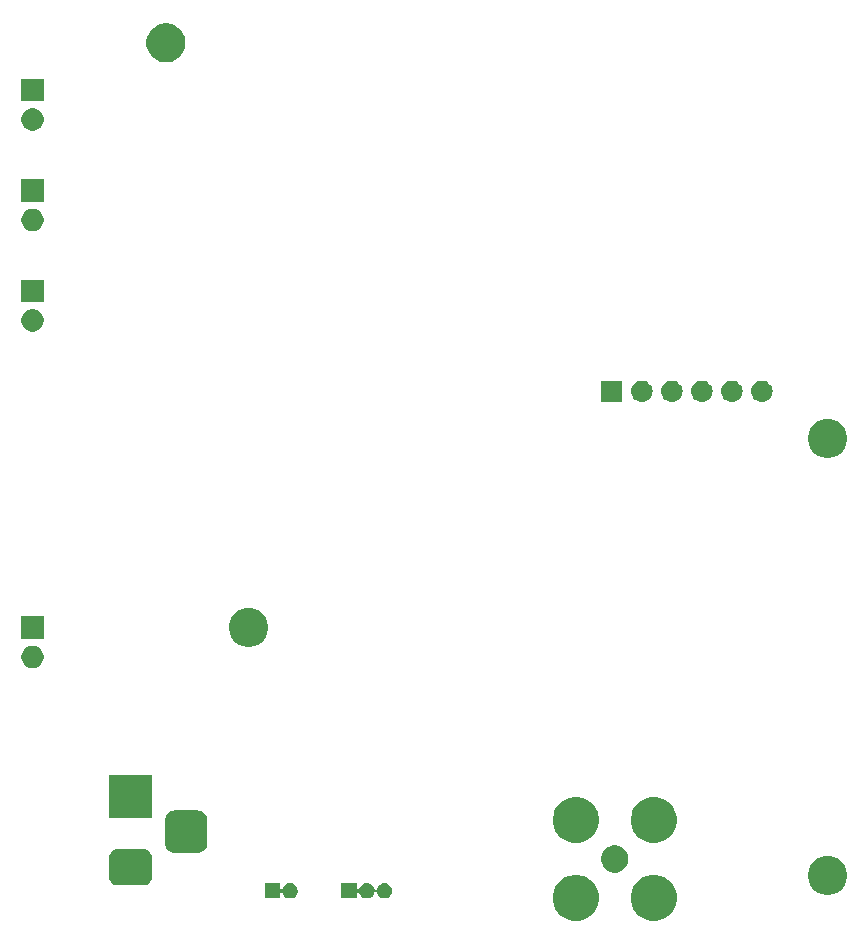
<source format=gbr>
G04 #@! TF.GenerationSoftware,KiCad,Pcbnew,5.0.2-bee76a0~70~ubuntu18.04.1*
G04 #@! TF.CreationDate,2019-07-19T10:36:36+02:00*
G04 #@! TF.ProjectId,SmartHydroponics,536d6172-7448-4796-9472-6f706f6e6963,rev?*
G04 #@! TF.SameCoordinates,Original*
G04 #@! TF.FileFunction,Soldermask,Bot*
G04 #@! TF.FilePolarity,Negative*
%FSLAX46Y46*%
G04 Gerber Fmt 4.6, Leading zero omitted, Abs format (unit mm)*
G04 Created by KiCad (PCBNEW 5.0.2-bee76a0~70~ubuntu18.04.1) date Fri 19 Jul 2019 10:36:36 CEST*
%MOMM*%
%LPD*%
G01*
G04 APERTURE LIST*
%ADD10C,0.100000*%
G04 APERTURE END LIST*
D10*
G36*
X240869083Y-145023975D02*
X240869085Y-145023976D01*
X240869086Y-145023976D01*
X241224145Y-145171046D01*
X241525300Y-145372271D01*
X241543693Y-145384561D01*
X241815439Y-145656307D01*
X241815441Y-145656310D01*
X242028954Y-145975855D01*
X242155934Y-146282413D01*
X242176025Y-146330917D01*
X242239693Y-146651000D01*
X242251000Y-146707843D01*
X242251000Y-147092157D01*
X242176024Y-147469086D01*
X242028954Y-147824145D01*
X242028953Y-147824146D01*
X241815439Y-148143693D01*
X241543693Y-148415439D01*
X241543690Y-148415441D01*
X241224145Y-148628954D01*
X240869086Y-148776024D01*
X240869085Y-148776024D01*
X240869083Y-148776025D01*
X240492158Y-148851000D01*
X240107842Y-148851000D01*
X239730917Y-148776025D01*
X239730915Y-148776024D01*
X239730914Y-148776024D01*
X239375855Y-148628954D01*
X239056310Y-148415441D01*
X239056307Y-148415439D01*
X238784561Y-148143693D01*
X238571047Y-147824146D01*
X238571046Y-147824145D01*
X238423976Y-147469086D01*
X238349000Y-147092157D01*
X238349000Y-146707843D01*
X238360307Y-146651000D01*
X238423975Y-146330917D01*
X238444066Y-146282413D01*
X238571046Y-145975855D01*
X238784559Y-145656310D01*
X238784561Y-145656307D01*
X239056307Y-145384561D01*
X239074700Y-145372271D01*
X239375855Y-145171046D01*
X239730914Y-145023976D01*
X239730915Y-145023976D01*
X239730917Y-145023975D01*
X240107842Y-144949000D01*
X240492158Y-144949000D01*
X240869083Y-145023975D01*
X240869083Y-145023975D01*
G37*
G36*
X234269083Y-145023975D02*
X234269085Y-145023976D01*
X234269086Y-145023976D01*
X234624145Y-145171046D01*
X234925300Y-145372271D01*
X234943693Y-145384561D01*
X235215439Y-145656307D01*
X235215441Y-145656310D01*
X235428954Y-145975855D01*
X235555934Y-146282413D01*
X235576025Y-146330917D01*
X235639693Y-146651000D01*
X235651000Y-146707843D01*
X235651000Y-147092157D01*
X235576024Y-147469086D01*
X235428954Y-147824145D01*
X235428953Y-147824146D01*
X235215439Y-148143693D01*
X234943693Y-148415439D01*
X234943690Y-148415441D01*
X234624145Y-148628954D01*
X234269086Y-148776024D01*
X234269085Y-148776024D01*
X234269083Y-148776025D01*
X233892158Y-148851000D01*
X233507842Y-148851000D01*
X233130917Y-148776025D01*
X233130915Y-148776024D01*
X233130914Y-148776024D01*
X232775855Y-148628954D01*
X232456310Y-148415441D01*
X232456307Y-148415439D01*
X232184561Y-148143693D01*
X231971047Y-147824146D01*
X231971046Y-147824145D01*
X231823976Y-147469086D01*
X231749000Y-147092157D01*
X231749000Y-146707843D01*
X231760307Y-146651000D01*
X231823975Y-146330917D01*
X231844066Y-146282413D01*
X231971046Y-145975855D01*
X232184559Y-145656310D01*
X232184561Y-145656307D01*
X232456307Y-145384561D01*
X232474700Y-145372271D01*
X232775855Y-145171046D01*
X233130914Y-145023976D01*
X233130915Y-145023976D01*
X233130917Y-145023975D01*
X233507842Y-144949000D01*
X233892158Y-144949000D01*
X234269083Y-145023975D01*
X234269083Y-145023975D01*
G37*
G36*
X208651000Y-146020104D02*
X208653402Y-146044490D01*
X208660515Y-146067939D01*
X208672066Y-146089550D01*
X208687612Y-146108492D01*
X208706554Y-146124038D01*
X208728165Y-146135589D01*
X208751614Y-146142702D01*
X208776000Y-146145104D01*
X208800386Y-146142702D01*
X208823835Y-146135589D01*
X208845446Y-146124038D01*
X208864388Y-146108492D01*
X208879934Y-146089550D01*
X208891485Y-146067939D01*
X208923089Y-145991639D01*
X208994338Y-145885008D01*
X209085008Y-145794338D01*
X209191639Y-145723089D01*
X209310110Y-145674017D01*
X209435881Y-145649000D01*
X209564119Y-145649000D01*
X209689890Y-145674017D01*
X209808361Y-145723089D01*
X209914992Y-145794338D01*
X210005662Y-145885008D01*
X210076911Y-145991639D01*
X210125983Y-146110110D01*
X210151000Y-146235881D01*
X210151000Y-146364119D01*
X210125983Y-146489890D01*
X210076911Y-146608361D01*
X210005662Y-146714992D01*
X209914992Y-146805662D01*
X209808361Y-146876911D01*
X209689890Y-146925983D01*
X209564119Y-146951000D01*
X209435881Y-146951000D01*
X209310110Y-146925983D01*
X209191639Y-146876911D01*
X209085008Y-146805662D01*
X208994338Y-146714992D01*
X208923089Y-146608361D01*
X208891485Y-146532061D01*
X208879934Y-146510450D01*
X208864389Y-146491508D01*
X208845447Y-146475963D01*
X208823836Y-146464411D01*
X208800387Y-146457298D01*
X208776001Y-146454896D01*
X208751614Y-146457298D01*
X208728165Y-146464411D01*
X208706554Y-146475962D01*
X208687612Y-146491507D01*
X208672067Y-146510449D01*
X208660515Y-146532060D01*
X208653402Y-146555509D01*
X208651000Y-146579896D01*
X208651000Y-146951000D01*
X207349000Y-146951000D01*
X207349000Y-145649000D01*
X208651000Y-145649000D01*
X208651000Y-146020104D01*
X208651000Y-146020104D01*
G37*
G36*
X215151000Y-146020104D02*
X215153402Y-146044490D01*
X215160515Y-146067939D01*
X215172066Y-146089550D01*
X215187612Y-146108492D01*
X215206554Y-146124038D01*
X215228165Y-146135589D01*
X215251614Y-146142702D01*
X215276000Y-146145104D01*
X215300386Y-146142702D01*
X215323835Y-146135589D01*
X215345446Y-146124038D01*
X215364388Y-146108492D01*
X215379934Y-146089550D01*
X215391485Y-146067939D01*
X215423089Y-145991639D01*
X215494338Y-145885008D01*
X215585008Y-145794338D01*
X215691639Y-145723089D01*
X215810110Y-145674017D01*
X215935881Y-145649000D01*
X216064119Y-145649000D01*
X216189890Y-145674017D01*
X216308361Y-145723089D01*
X216414992Y-145794338D01*
X216505662Y-145885008D01*
X216576911Y-145991639D01*
X216625983Y-146110110D01*
X216627402Y-146117245D01*
X216634515Y-146140694D01*
X216646066Y-146162305D01*
X216661611Y-146181247D01*
X216680553Y-146196792D01*
X216702164Y-146208344D01*
X216725613Y-146215457D01*
X216749999Y-146217859D01*
X216774386Y-146215457D01*
X216797835Y-146208344D01*
X216819446Y-146196793D01*
X216838388Y-146181248D01*
X216853933Y-146162306D01*
X216865485Y-146140695D01*
X216872598Y-146117245D01*
X216874017Y-146110110D01*
X216923089Y-145991639D01*
X216994338Y-145885008D01*
X217085008Y-145794338D01*
X217191639Y-145723089D01*
X217310110Y-145674017D01*
X217435881Y-145649000D01*
X217564119Y-145649000D01*
X217689890Y-145674017D01*
X217808361Y-145723089D01*
X217914992Y-145794338D01*
X218005662Y-145885008D01*
X218076911Y-145991639D01*
X218125983Y-146110110D01*
X218151000Y-146235881D01*
X218151000Y-146364119D01*
X218125983Y-146489890D01*
X218076911Y-146608361D01*
X218005662Y-146714992D01*
X217914992Y-146805662D01*
X217808361Y-146876911D01*
X217689890Y-146925983D01*
X217564119Y-146951000D01*
X217435881Y-146951000D01*
X217310110Y-146925983D01*
X217191639Y-146876911D01*
X217085008Y-146805662D01*
X216994338Y-146714992D01*
X216923089Y-146608361D01*
X216874017Y-146489890D01*
X216872598Y-146482755D01*
X216865485Y-146459306D01*
X216853934Y-146437695D01*
X216838389Y-146418753D01*
X216819447Y-146403208D01*
X216797836Y-146391656D01*
X216774387Y-146384543D01*
X216750001Y-146382141D01*
X216725614Y-146384543D01*
X216702165Y-146391656D01*
X216680554Y-146403207D01*
X216661612Y-146418752D01*
X216646067Y-146437694D01*
X216634515Y-146459305D01*
X216627402Y-146482755D01*
X216625983Y-146489890D01*
X216576911Y-146608361D01*
X216505662Y-146714992D01*
X216414992Y-146805662D01*
X216308361Y-146876911D01*
X216189890Y-146925983D01*
X216064119Y-146951000D01*
X215935881Y-146951000D01*
X215810110Y-146925983D01*
X215691639Y-146876911D01*
X215585008Y-146805662D01*
X215494338Y-146714992D01*
X215423089Y-146608361D01*
X215391485Y-146532061D01*
X215379934Y-146510450D01*
X215364389Y-146491508D01*
X215345447Y-146475963D01*
X215323836Y-146464411D01*
X215300387Y-146457298D01*
X215276001Y-146454896D01*
X215251614Y-146457298D01*
X215228165Y-146464411D01*
X215206554Y-146475962D01*
X215187612Y-146491507D01*
X215172067Y-146510449D01*
X215160515Y-146532060D01*
X215153402Y-146555509D01*
X215151000Y-146579896D01*
X215151000Y-146951000D01*
X213849000Y-146951000D01*
X213849000Y-145649000D01*
X215151000Y-145649000D01*
X215151000Y-146020104D01*
X215151000Y-146020104D01*
G37*
G36*
X255375256Y-143391298D02*
X255481579Y-143412447D01*
X255782042Y-143536903D01*
X256046134Y-143713364D01*
X256052454Y-143717587D01*
X256282413Y-143947546D01*
X256282415Y-143947549D01*
X256463097Y-144217958D01*
X256587553Y-144518421D01*
X256651000Y-144837391D01*
X256651000Y-145162609D01*
X256587553Y-145481579D01*
X256463097Y-145782042D01*
X256394297Y-145885008D01*
X256282413Y-146052454D01*
X256052454Y-146282413D01*
X256052451Y-146282415D01*
X255782042Y-146463097D01*
X255782041Y-146463098D01*
X255782040Y-146463098D01*
X255717358Y-146489890D01*
X255481579Y-146587553D01*
X255376970Y-146608361D01*
X255162611Y-146651000D01*
X254837389Y-146651000D01*
X254623030Y-146608361D01*
X254518421Y-146587553D01*
X254282642Y-146489890D01*
X254217960Y-146463098D01*
X254217959Y-146463098D01*
X254217958Y-146463097D01*
X253947549Y-146282415D01*
X253947546Y-146282413D01*
X253717587Y-146052454D01*
X253605703Y-145885008D01*
X253536903Y-145782042D01*
X253412447Y-145481579D01*
X253349000Y-145162609D01*
X253349000Y-144837391D01*
X253412447Y-144518421D01*
X253536903Y-144217958D01*
X253717585Y-143947549D01*
X253717587Y-143947546D01*
X253947546Y-143717587D01*
X253953866Y-143713364D01*
X254217958Y-143536903D01*
X254518421Y-143412447D01*
X254624744Y-143391298D01*
X254837389Y-143349000D01*
X255162611Y-143349000D01*
X255375256Y-143391298D01*
X255375256Y-143391298D01*
G37*
G36*
X197226978Y-142763293D02*
X197360627Y-142803835D01*
X197483782Y-142869662D01*
X197591739Y-142958261D01*
X197680338Y-143066218D01*
X197746165Y-143189373D01*
X197786707Y-143323022D01*
X197801000Y-143468140D01*
X197801000Y-145131860D01*
X197786707Y-145276978D01*
X197746165Y-145410627D01*
X197680338Y-145533782D01*
X197591739Y-145641739D01*
X197483782Y-145730338D01*
X197360627Y-145796165D01*
X197226978Y-145836707D01*
X197081860Y-145851000D01*
X194918140Y-145851000D01*
X194773022Y-145836707D01*
X194639373Y-145796165D01*
X194516218Y-145730338D01*
X194408261Y-145641739D01*
X194319662Y-145533782D01*
X194253835Y-145410627D01*
X194213293Y-145276978D01*
X194199000Y-145131860D01*
X194199000Y-143468140D01*
X194213293Y-143323022D01*
X194253835Y-143189373D01*
X194319662Y-143066218D01*
X194408261Y-142958261D01*
X194516218Y-142869662D01*
X194639373Y-142803835D01*
X194773022Y-142763293D01*
X194918140Y-142749000D01*
X197081860Y-142749000D01*
X197226978Y-142763293D01*
X197226978Y-142763293D01*
G37*
G36*
X237335734Y-142493232D02*
X237545202Y-142579996D01*
X237733723Y-142705962D01*
X237894038Y-142866277D01*
X238020004Y-143054798D01*
X238106768Y-143264266D01*
X238151000Y-143486635D01*
X238151000Y-143713365D01*
X238106768Y-143935734D01*
X238020004Y-144145202D01*
X237894038Y-144333723D01*
X237733723Y-144494038D01*
X237545202Y-144620004D01*
X237335734Y-144706768D01*
X237113365Y-144751000D01*
X236886635Y-144751000D01*
X236664266Y-144706768D01*
X236454798Y-144620004D01*
X236266277Y-144494038D01*
X236105962Y-144333723D01*
X235979996Y-144145202D01*
X235893232Y-143935734D01*
X235849000Y-143713365D01*
X235849000Y-143486635D01*
X235893232Y-143264266D01*
X235979996Y-143054798D01*
X236105962Y-142866277D01*
X236266277Y-142705962D01*
X236454798Y-142579996D01*
X236664266Y-142493232D01*
X236886635Y-142449000D01*
X237113365Y-142449000D01*
X237335734Y-142493232D01*
X237335734Y-142493232D01*
G37*
G36*
X201826366Y-139515695D02*
X201983458Y-139563348D01*
X202128230Y-139640731D01*
X202255128Y-139744872D01*
X202359269Y-139871770D01*
X202436652Y-140016542D01*
X202484305Y-140173634D01*
X202501000Y-140343140D01*
X202501000Y-142256860D01*
X202484305Y-142426366D01*
X202436652Y-142583458D01*
X202359269Y-142728230D01*
X202255128Y-142855128D01*
X202128230Y-142959269D01*
X201983458Y-143036652D01*
X201826366Y-143084305D01*
X201656860Y-143101000D01*
X199743140Y-143101000D01*
X199573634Y-143084305D01*
X199416542Y-143036652D01*
X199271770Y-142959269D01*
X199144872Y-142855128D01*
X199040731Y-142728230D01*
X198963348Y-142583458D01*
X198915695Y-142426366D01*
X198899000Y-142256860D01*
X198899000Y-140343140D01*
X198915695Y-140173634D01*
X198963348Y-140016542D01*
X199040731Y-139871770D01*
X199144872Y-139744872D01*
X199271770Y-139640731D01*
X199416542Y-139563348D01*
X199573634Y-139515695D01*
X199743140Y-139499000D01*
X201656860Y-139499000D01*
X201826366Y-139515695D01*
X201826366Y-139515695D01*
G37*
G36*
X234269083Y-138423975D02*
X234269085Y-138423976D01*
X234269086Y-138423976D01*
X234624145Y-138571046D01*
X234624146Y-138571047D01*
X234943693Y-138784561D01*
X235215439Y-139056307D01*
X235215441Y-139056310D01*
X235428954Y-139375855D01*
X235538669Y-139640731D01*
X235576025Y-139730917D01*
X235582357Y-139762750D01*
X235651000Y-140107843D01*
X235651000Y-140492157D01*
X235576024Y-140869086D01*
X235428954Y-141224145D01*
X235428953Y-141224146D01*
X235215439Y-141543693D01*
X234943693Y-141815439D01*
X234943690Y-141815441D01*
X234624145Y-142028954D01*
X234269086Y-142176024D01*
X234269085Y-142176024D01*
X234269083Y-142176025D01*
X233892158Y-142251000D01*
X233507842Y-142251000D01*
X233130917Y-142176025D01*
X233130915Y-142176024D01*
X233130914Y-142176024D01*
X232775855Y-142028954D01*
X232456310Y-141815441D01*
X232456307Y-141815439D01*
X232184561Y-141543693D01*
X231971047Y-141224146D01*
X231971046Y-141224145D01*
X231823976Y-140869086D01*
X231749000Y-140492157D01*
X231749000Y-140107843D01*
X231817643Y-139762750D01*
X231823975Y-139730917D01*
X231861331Y-139640731D01*
X231971046Y-139375855D01*
X232184559Y-139056310D01*
X232184561Y-139056307D01*
X232456307Y-138784561D01*
X232775854Y-138571047D01*
X232775855Y-138571046D01*
X233130914Y-138423976D01*
X233130915Y-138423976D01*
X233130917Y-138423975D01*
X233507842Y-138349000D01*
X233892158Y-138349000D01*
X234269083Y-138423975D01*
X234269083Y-138423975D01*
G37*
G36*
X240869083Y-138423975D02*
X240869085Y-138423976D01*
X240869086Y-138423976D01*
X241224145Y-138571046D01*
X241224146Y-138571047D01*
X241543693Y-138784561D01*
X241815439Y-139056307D01*
X241815441Y-139056310D01*
X242028954Y-139375855D01*
X242138669Y-139640731D01*
X242176025Y-139730917D01*
X242182357Y-139762750D01*
X242251000Y-140107843D01*
X242251000Y-140492157D01*
X242176024Y-140869086D01*
X242028954Y-141224145D01*
X242028953Y-141224146D01*
X241815439Y-141543693D01*
X241543693Y-141815439D01*
X241543690Y-141815441D01*
X241224145Y-142028954D01*
X240869086Y-142176024D01*
X240869085Y-142176024D01*
X240869083Y-142176025D01*
X240492158Y-142251000D01*
X240107842Y-142251000D01*
X239730917Y-142176025D01*
X239730915Y-142176024D01*
X239730914Y-142176024D01*
X239375855Y-142028954D01*
X239056310Y-141815441D01*
X239056307Y-141815439D01*
X238784561Y-141543693D01*
X238571047Y-141224146D01*
X238571046Y-141224145D01*
X238423976Y-140869086D01*
X238349000Y-140492157D01*
X238349000Y-140107843D01*
X238417643Y-139762750D01*
X238423975Y-139730917D01*
X238461331Y-139640731D01*
X238571046Y-139375855D01*
X238784559Y-139056310D01*
X238784561Y-139056307D01*
X239056307Y-138784561D01*
X239375854Y-138571047D01*
X239375855Y-138571046D01*
X239730914Y-138423976D01*
X239730915Y-138423976D01*
X239730917Y-138423975D01*
X240107842Y-138349000D01*
X240492158Y-138349000D01*
X240869083Y-138423975D01*
X240869083Y-138423975D01*
G37*
G36*
X197801000Y-140101000D02*
X194199000Y-140101000D01*
X194199000Y-136499000D01*
X197801000Y-136499000D01*
X197801000Y-140101000D01*
X197801000Y-140101000D01*
G37*
G36*
X187977396Y-125585546D02*
X188150466Y-125657234D01*
X188306230Y-125761312D01*
X188438688Y-125893770D01*
X188542766Y-126049534D01*
X188614454Y-126222604D01*
X188651000Y-126406333D01*
X188651000Y-126593667D01*
X188614454Y-126777396D01*
X188542766Y-126950466D01*
X188438688Y-127106230D01*
X188306230Y-127238688D01*
X188150466Y-127342766D01*
X187977396Y-127414454D01*
X187793667Y-127451000D01*
X187606333Y-127451000D01*
X187422604Y-127414454D01*
X187249534Y-127342766D01*
X187093770Y-127238688D01*
X186961312Y-127106230D01*
X186857234Y-126950466D01*
X186785546Y-126777396D01*
X186749000Y-126593667D01*
X186749000Y-126406333D01*
X186785546Y-126222604D01*
X186857234Y-126049534D01*
X186961312Y-125893770D01*
X187093770Y-125761312D01*
X187249534Y-125657234D01*
X187422604Y-125585546D01*
X187606333Y-125549000D01*
X187793667Y-125549000D01*
X187977396Y-125585546D01*
X187977396Y-125585546D01*
G37*
G36*
X206375256Y-122391298D02*
X206481579Y-122412447D01*
X206782042Y-122536903D01*
X207048852Y-122715180D01*
X207052454Y-122717587D01*
X207282413Y-122947546D01*
X207282415Y-122947549D01*
X207463097Y-123217958D01*
X207587553Y-123518421D01*
X207651000Y-123837391D01*
X207651000Y-124162609D01*
X207587553Y-124481579D01*
X207463097Y-124782042D01*
X207284820Y-125048852D01*
X207282413Y-125052454D01*
X207052454Y-125282413D01*
X207052451Y-125282415D01*
X206782042Y-125463097D01*
X206481579Y-125587553D01*
X206375256Y-125608702D01*
X206162611Y-125651000D01*
X205837389Y-125651000D01*
X205624744Y-125608702D01*
X205518421Y-125587553D01*
X205217958Y-125463097D01*
X204947549Y-125282415D01*
X204947546Y-125282413D01*
X204717587Y-125052454D01*
X204715180Y-125048852D01*
X204536903Y-124782042D01*
X204412447Y-124481579D01*
X204349000Y-124162609D01*
X204349000Y-123837391D01*
X204412447Y-123518421D01*
X204536903Y-123217958D01*
X204717585Y-122947549D01*
X204717587Y-122947546D01*
X204947546Y-122717587D01*
X204951148Y-122715180D01*
X205217958Y-122536903D01*
X205518421Y-122412447D01*
X205624744Y-122391298D01*
X205837389Y-122349000D01*
X206162611Y-122349000D01*
X206375256Y-122391298D01*
X206375256Y-122391298D01*
G37*
G36*
X188651000Y-124951000D02*
X186749000Y-124951000D01*
X186749000Y-123049000D01*
X188651000Y-123049000D01*
X188651000Y-124951000D01*
X188651000Y-124951000D01*
G37*
G36*
X255375256Y-106391298D02*
X255481579Y-106412447D01*
X255782042Y-106536903D01*
X256048852Y-106715180D01*
X256052454Y-106717587D01*
X256282413Y-106947546D01*
X256463098Y-107217960D01*
X256587553Y-107518422D01*
X256651000Y-107837389D01*
X256651000Y-108162611D01*
X256587553Y-108481578D01*
X256463098Y-108782040D01*
X256282413Y-109052454D01*
X256052454Y-109282413D01*
X256052451Y-109282415D01*
X255782042Y-109463097D01*
X255481579Y-109587553D01*
X255375256Y-109608702D01*
X255162611Y-109651000D01*
X254837389Y-109651000D01*
X254624744Y-109608702D01*
X254518421Y-109587553D01*
X254217958Y-109463097D01*
X253947549Y-109282415D01*
X253947546Y-109282413D01*
X253717587Y-109052454D01*
X253536902Y-108782040D01*
X253412447Y-108481578D01*
X253349000Y-108162611D01*
X253349000Y-107837389D01*
X253412447Y-107518422D01*
X253536902Y-107217960D01*
X253717587Y-106947546D01*
X253947546Y-106717587D01*
X253951148Y-106715180D01*
X254217958Y-106536903D01*
X254518421Y-106412447D01*
X254624744Y-106391298D01*
X254837389Y-106349000D01*
X255162611Y-106349000D01*
X255375256Y-106391298D01*
X255375256Y-106391298D01*
G37*
G36*
X239400442Y-103105518D02*
X239466627Y-103112037D01*
X239579853Y-103146384D01*
X239636467Y-103163557D01*
X239775087Y-103237652D01*
X239792991Y-103247222D01*
X239828729Y-103276552D01*
X239930186Y-103359814D01*
X240013448Y-103461271D01*
X240042778Y-103497009D01*
X240042779Y-103497011D01*
X240126443Y-103653533D01*
X240126443Y-103653534D01*
X240177963Y-103823373D01*
X240195359Y-104000000D01*
X240177963Y-104176627D01*
X240143616Y-104289853D01*
X240126443Y-104346467D01*
X240052348Y-104485087D01*
X240042778Y-104502991D01*
X240013448Y-104538729D01*
X239930186Y-104640186D01*
X239828729Y-104723448D01*
X239792991Y-104752778D01*
X239792989Y-104752779D01*
X239636467Y-104836443D01*
X239579853Y-104853616D01*
X239466627Y-104887963D01*
X239400442Y-104894482D01*
X239334260Y-104901000D01*
X239245740Y-104901000D01*
X239179558Y-104894482D01*
X239113373Y-104887963D01*
X239000147Y-104853616D01*
X238943533Y-104836443D01*
X238787011Y-104752779D01*
X238787009Y-104752778D01*
X238751271Y-104723448D01*
X238649814Y-104640186D01*
X238566552Y-104538729D01*
X238537222Y-104502991D01*
X238527652Y-104485087D01*
X238453557Y-104346467D01*
X238436384Y-104289853D01*
X238402037Y-104176627D01*
X238384641Y-104000000D01*
X238402037Y-103823373D01*
X238453557Y-103653534D01*
X238453557Y-103653533D01*
X238537221Y-103497011D01*
X238537222Y-103497009D01*
X238566552Y-103461271D01*
X238649814Y-103359814D01*
X238751271Y-103276552D01*
X238787009Y-103247222D01*
X238804913Y-103237652D01*
X238943533Y-103163557D01*
X239000147Y-103146384D01*
X239113373Y-103112037D01*
X239179558Y-103105518D01*
X239245740Y-103099000D01*
X239334260Y-103099000D01*
X239400442Y-103105518D01*
X239400442Y-103105518D01*
G37*
G36*
X241940442Y-103105518D02*
X242006627Y-103112037D01*
X242119853Y-103146384D01*
X242176467Y-103163557D01*
X242315087Y-103237652D01*
X242332991Y-103247222D01*
X242368729Y-103276552D01*
X242470186Y-103359814D01*
X242553448Y-103461271D01*
X242582778Y-103497009D01*
X242582779Y-103497011D01*
X242666443Y-103653533D01*
X242666443Y-103653534D01*
X242717963Y-103823373D01*
X242735359Y-104000000D01*
X242717963Y-104176627D01*
X242683616Y-104289853D01*
X242666443Y-104346467D01*
X242592348Y-104485087D01*
X242582778Y-104502991D01*
X242553448Y-104538729D01*
X242470186Y-104640186D01*
X242368729Y-104723448D01*
X242332991Y-104752778D01*
X242332989Y-104752779D01*
X242176467Y-104836443D01*
X242119853Y-104853616D01*
X242006627Y-104887963D01*
X241940442Y-104894482D01*
X241874260Y-104901000D01*
X241785740Y-104901000D01*
X241719558Y-104894482D01*
X241653373Y-104887963D01*
X241540147Y-104853616D01*
X241483533Y-104836443D01*
X241327011Y-104752779D01*
X241327009Y-104752778D01*
X241291271Y-104723448D01*
X241189814Y-104640186D01*
X241106552Y-104538729D01*
X241077222Y-104502991D01*
X241067652Y-104485087D01*
X240993557Y-104346467D01*
X240976384Y-104289853D01*
X240942037Y-104176627D01*
X240924641Y-104000000D01*
X240942037Y-103823373D01*
X240993557Y-103653534D01*
X240993557Y-103653533D01*
X241077221Y-103497011D01*
X241077222Y-103497009D01*
X241106552Y-103461271D01*
X241189814Y-103359814D01*
X241291271Y-103276552D01*
X241327009Y-103247222D01*
X241344913Y-103237652D01*
X241483533Y-103163557D01*
X241540147Y-103146384D01*
X241653373Y-103112037D01*
X241719558Y-103105518D01*
X241785740Y-103099000D01*
X241874260Y-103099000D01*
X241940442Y-103105518D01*
X241940442Y-103105518D01*
G37*
G36*
X244480442Y-103105518D02*
X244546627Y-103112037D01*
X244659853Y-103146384D01*
X244716467Y-103163557D01*
X244855087Y-103237652D01*
X244872991Y-103247222D01*
X244908729Y-103276552D01*
X245010186Y-103359814D01*
X245093448Y-103461271D01*
X245122778Y-103497009D01*
X245122779Y-103497011D01*
X245206443Y-103653533D01*
X245206443Y-103653534D01*
X245257963Y-103823373D01*
X245275359Y-104000000D01*
X245257963Y-104176627D01*
X245223616Y-104289853D01*
X245206443Y-104346467D01*
X245132348Y-104485087D01*
X245122778Y-104502991D01*
X245093448Y-104538729D01*
X245010186Y-104640186D01*
X244908729Y-104723448D01*
X244872991Y-104752778D01*
X244872989Y-104752779D01*
X244716467Y-104836443D01*
X244659853Y-104853616D01*
X244546627Y-104887963D01*
X244480442Y-104894482D01*
X244414260Y-104901000D01*
X244325740Y-104901000D01*
X244259558Y-104894482D01*
X244193373Y-104887963D01*
X244080147Y-104853616D01*
X244023533Y-104836443D01*
X243867011Y-104752779D01*
X243867009Y-104752778D01*
X243831271Y-104723448D01*
X243729814Y-104640186D01*
X243646552Y-104538729D01*
X243617222Y-104502991D01*
X243607652Y-104485087D01*
X243533557Y-104346467D01*
X243516384Y-104289853D01*
X243482037Y-104176627D01*
X243464641Y-104000000D01*
X243482037Y-103823373D01*
X243533557Y-103653534D01*
X243533557Y-103653533D01*
X243617221Y-103497011D01*
X243617222Y-103497009D01*
X243646552Y-103461271D01*
X243729814Y-103359814D01*
X243831271Y-103276552D01*
X243867009Y-103247222D01*
X243884913Y-103237652D01*
X244023533Y-103163557D01*
X244080147Y-103146384D01*
X244193373Y-103112037D01*
X244259558Y-103105518D01*
X244325740Y-103099000D01*
X244414260Y-103099000D01*
X244480442Y-103105518D01*
X244480442Y-103105518D01*
G37*
G36*
X247020442Y-103105518D02*
X247086627Y-103112037D01*
X247199853Y-103146384D01*
X247256467Y-103163557D01*
X247395087Y-103237652D01*
X247412991Y-103247222D01*
X247448729Y-103276552D01*
X247550186Y-103359814D01*
X247633448Y-103461271D01*
X247662778Y-103497009D01*
X247662779Y-103497011D01*
X247746443Y-103653533D01*
X247746443Y-103653534D01*
X247797963Y-103823373D01*
X247815359Y-104000000D01*
X247797963Y-104176627D01*
X247763616Y-104289853D01*
X247746443Y-104346467D01*
X247672348Y-104485087D01*
X247662778Y-104502991D01*
X247633448Y-104538729D01*
X247550186Y-104640186D01*
X247448729Y-104723448D01*
X247412991Y-104752778D01*
X247412989Y-104752779D01*
X247256467Y-104836443D01*
X247199853Y-104853616D01*
X247086627Y-104887963D01*
X247020442Y-104894482D01*
X246954260Y-104901000D01*
X246865740Y-104901000D01*
X246799558Y-104894482D01*
X246733373Y-104887963D01*
X246620147Y-104853616D01*
X246563533Y-104836443D01*
X246407011Y-104752779D01*
X246407009Y-104752778D01*
X246371271Y-104723448D01*
X246269814Y-104640186D01*
X246186552Y-104538729D01*
X246157222Y-104502991D01*
X246147652Y-104485087D01*
X246073557Y-104346467D01*
X246056384Y-104289853D01*
X246022037Y-104176627D01*
X246004641Y-104000000D01*
X246022037Y-103823373D01*
X246073557Y-103653534D01*
X246073557Y-103653533D01*
X246157221Y-103497011D01*
X246157222Y-103497009D01*
X246186552Y-103461271D01*
X246269814Y-103359814D01*
X246371271Y-103276552D01*
X246407009Y-103247222D01*
X246424913Y-103237652D01*
X246563533Y-103163557D01*
X246620147Y-103146384D01*
X246733373Y-103112037D01*
X246799558Y-103105518D01*
X246865740Y-103099000D01*
X246954260Y-103099000D01*
X247020442Y-103105518D01*
X247020442Y-103105518D01*
G37*
G36*
X249560442Y-103105518D02*
X249626627Y-103112037D01*
X249739853Y-103146384D01*
X249796467Y-103163557D01*
X249935087Y-103237652D01*
X249952991Y-103247222D01*
X249988729Y-103276552D01*
X250090186Y-103359814D01*
X250173448Y-103461271D01*
X250202778Y-103497009D01*
X250202779Y-103497011D01*
X250286443Y-103653533D01*
X250286443Y-103653534D01*
X250337963Y-103823373D01*
X250355359Y-104000000D01*
X250337963Y-104176627D01*
X250303616Y-104289853D01*
X250286443Y-104346467D01*
X250212348Y-104485087D01*
X250202778Y-104502991D01*
X250173448Y-104538729D01*
X250090186Y-104640186D01*
X249988729Y-104723448D01*
X249952991Y-104752778D01*
X249952989Y-104752779D01*
X249796467Y-104836443D01*
X249739853Y-104853616D01*
X249626627Y-104887963D01*
X249560442Y-104894482D01*
X249494260Y-104901000D01*
X249405740Y-104901000D01*
X249339558Y-104894482D01*
X249273373Y-104887963D01*
X249160147Y-104853616D01*
X249103533Y-104836443D01*
X248947011Y-104752779D01*
X248947009Y-104752778D01*
X248911271Y-104723448D01*
X248809814Y-104640186D01*
X248726552Y-104538729D01*
X248697222Y-104502991D01*
X248687652Y-104485087D01*
X248613557Y-104346467D01*
X248596384Y-104289853D01*
X248562037Y-104176627D01*
X248544641Y-104000000D01*
X248562037Y-103823373D01*
X248613557Y-103653534D01*
X248613557Y-103653533D01*
X248697221Y-103497011D01*
X248697222Y-103497009D01*
X248726552Y-103461271D01*
X248809814Y-103359814D01*
X248911271Y-103276552D01*
X248947009Y-103247222D01*
X248964913Y-103237652D01*
X249103533Y-103163557D01*
X249160147Y-103146384D01*
X249273373Y-103112037D01*
X249339558Y-103105518D01*
X249405740Y-103099000D01*
X249494260Y-103099000D01*
X249560442Y-103105518D01*
X249560442Y-103105518D01*
G37*
G36*
X237651000Y-104901000D02*
X235849000Y-104901000D01*
X235849000Y-103099000D01*
X237651000Y-103099000D01*
X237651000Y-104901000D01*
X237651000Y-104901000D01*
G37*
G36*
X187977396Y-97085546D02*
X188150466Y-97157234D01*
X188306230Y-97261312D01*
X188438688Y-97393770D01*
X188542766Y-97549534D01*
X188614454Y-97722604D01*
X188651000Y-97906333D01*
X188651000Y-98093667D01*
X188614454Y-98277396D01*
X188542766Y-98450466D01*
X188438688Y-98606230D01*
X188306230Y-98738688D01*
X188150466Y-98842766D01*
X187977396Y-98914454D01*
X187793667Y-98951000D01*
X187606333Y-98951000D01*
X187422604Y-98914454D01*
X187249534Y-98842766D01*
X187093770Y-98738688D01*
X186961312Y-98606230D01*
X186857234Y-98450466D01*
X186785546Y-98277396D01*
X186749000Y-98093667D01*
X186749000Y-97906333D01*
X186785546Y-97722604D01*
X186857234Y-97549534D01*
X186961312Y-97393770D01*
X187093770Y-97261312D01*
X187249534Y-97157234D01*
X187422604Y-97085546D01*
X187606333Y-97049000D01*
X187793667Y-97049000D01*
X187977396Y-97085546D01*
X187977396Y-97085546D01*
G37*
G36*
X188651000Y-96451000D02*
X186749000Y-96451000D01*
X186749000Y-94549000D01*
X188651000Y-94549000D01*
X188651000Y-96451000D01*
X188651000Y-96451000D01*
G37*
G36*
X187977396Y-88585546D02*
X188150466Y-88657234D01*
X188306230Y-88761312D01*
X188438688Y-88893770D01*
X188542766Y-89049534D01*
X188614454Y-89222604D01*
X188651000Y-89406333D01*
X188651000Y-89593667D01*
X188614454Y-89777396D01*
X188542766Y-89950466D01*
X188438688Y-90106230D01*
X188306230Y-90238688D01*
X188150466Y-90342766D01*
X187977396Y-90414454D01*
X187793667Y-90451000D01*
X187606333Y-90451000D01*
X187422604Y-90414454D01*
X187249534Y-90342766D01*
X187093770Y-90238688D01*
X186961312Y-90106230D01*
X186857234Y-89950466D01*
X186785546Y-89777396D01*
X186749000Y-89593667D01*
X186749000Y-89406333D01*
X186785546Y-89222604D01*
X186857234Y-89049534D01*
X186961312Y-88893770D01*
X187093770Y-88761312D01*
X187249534Y-88657234D01*
X187422604Y-88585546D01*
X187606333Y-88549000D01*
X187793667Y-88549000D01*
X187977396Y-88585546D01*
X187977396Y-88585546D01*
G37*
G36*
X188651000Y-87951000D02*
X186749000Y-87951000D01*
X186749000Y-86049000D01*
X188651000Y-86049000D01*
X188651000Y-87951000D01*
X188651000Y-87951000D01*
G37*
G36*
X187977396Y-80085546D02*
X188150466Y-80157234D01*
X188306230Y-80261312D01*
X188438688Y-80393770D01*
X188542766Y-80549534D01*
X188614454Y-80722604D01*
X188651000Y-80906333D01*
X188651000Y-81093667D01*
X188614454Y-81277396D01*
X188542766Y-81450466D01*
X188438688Y-81606230D01*
X188306230Y-81738688D01*
X188150466Y-81842766D01*
X187977396Y-81914454D01*
X187793667Y-81951000D01*
X187606333Y-81951000D01*
X187422604Y-81914454D01*
X187249534Y-81842766D01*
X187093770Y-81738688D01*
X186961312Y-81606230D01*
X186857234Y-81450466D01*
X186785546Y-81277396D01*
X186749000Y-81093667D01*
X186749000Y-80906333D01*
X186785546Y-80722604D01*
X186857234Y-80549534D01*
X186961312Y-80393770D01*
X187093770Y-80261312D01*
X187249534Y-80157234D01*
X187422604Y-80085546D01*
X187606333Y-80049000D01*
X187793667Y-80049000D01*
X187977396Y-80085546D01*
X187977396Y-80085546D01*
G37*
G36*
X188651000Y-79451000D02*
X186749000Y-79451000D01*
X186749000Y-77549000D01*
X188651000Y-77549000D01*
X188651000Y-79451000D01*
X188651000Y-79451000D01*
G37*
G36*
X199375256Y-72891298D02*
X199481579Y-72912447D01*
X199782042Y-73036903D01*
X200048852Y-73215180D01*
X200052454Y-73217587D01*
X200282413Y-73447546D01*
X200463098Y-73717960D01*
X200587553Y-74018422D01*
X200651000Y-74337389D01*
X200651000Y-74662611D01*
X200587553Y-74981578D01*
X200463098Y-75282040D01*
X200282413Y-75552454D01*
X200052454Y-75782413D01*
X200052451Y-75782415D01*
X199782042Y-75963097D01*
X199481579Y-76087553D01*
X199375256Y-76108702D01*
X199162611Y-76151000D01*
X198837389Y-76151000D01*
X198624744Y-76108702D01*
X198518421Y-76087553D01*
X198217958Y-75963097D01*
X197947549Y-75782415D01*
X197947546Y-75782413D01*
X197717587Y-75552454D01*
X197536902Y-75282040D01*
X197412447Y-74981578D01*
X197349000Y-74662611D01*
X197349000Y-74337389D01*
X197412447Y-74018422D01*
X197536902Y-73717960D01*
X197717587Y-73447546D01*
X197947546Y-73217587D01*
X197951148Y-73215180D01*
X198217958Y-73036903D01*
X198518421Y-72912447D01*
X198624744Y-72891298D01*
X198837389Y-72849000D01*
X199162611Y-72849000D01*
X199375256Y-72891298D01*
X199375256Y-72891298D01*
G37*
M02*

</source>
